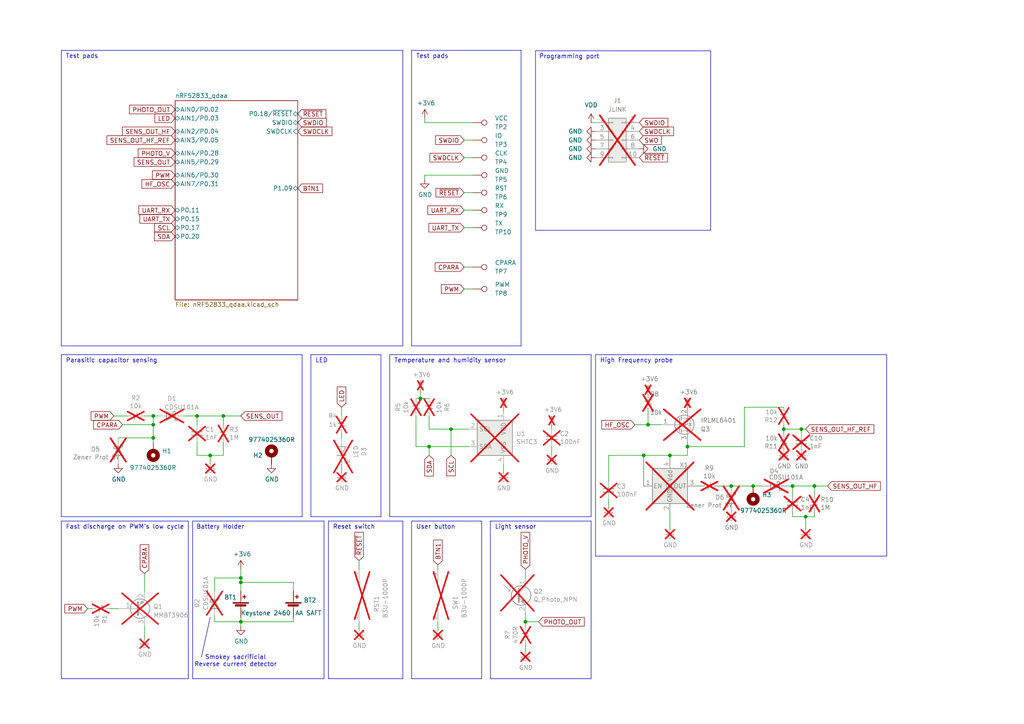
<source format=kicad_sch>
(kicad_sch (version 20231120) (generator "eeschema") (generator_version "8.0")
  (paper "A4")
  (title_block (title "Soilsense") (date "2024-08-08") (rev "2.0.0") (company "Drawn by FNB"))
  (lib_symbols
    (symbol "B3U-1000P:B3U-1000P" (pin_names (offset 1.016) hide)
      (property "Reference" "S" (at -2.54 2.54 0))
      (property "Value" "B3U-1000P" (at -2.54 -2.54 0))
      (symbol "B3U-1000P_0_0"
        (polyline (pts (xy -2.54 0) (xy -5.08 0)) (stroke (width 0.1524)))
        (polyline (pts (xy -2.54 0) (xy 2.794 2.1336)) (stroke (width 0.1524)))
        (polyline (pts (xy 5.08 0) (xy 2.921 0)) (stroke (width 0.1524)))
        (circle (center 2.54 0) (radius 0.3302) (stroke (width 0.1524)))
        (pin passive line (at -7.62 0 0) (length 2.54) (name "~") (number "1"))
        (pin passive line (at 7.62 0 180) (length 2.54) (name "~") (number "2"))
      )
    )
    (symbol "Connector:TestPoint" (pin_numbers hide) (pin_names (offset 0.762) hide)
      (property "Reference" "TP" (at 0 6.858 0))
      (property "Value" "TestPoint" (at 0 5.08 0))
      (symbol "TestPoint_0_1"
        (circle (center 0 3.302) (radius 0.762))
      )
      (symbol "TestPoint_1_1"
        (pin passive line (at 0 0 90) (length 2.54) (name "1") (number "1"))
      )
    )
    (symbol "Connector_Generic:Conn_02x05_Odd_Even" (pin_names (offset 1.016) hide)
      (property "Reference" "J" (at 1.27 7.62 0))
      (property "Value" "Conn_02x05_Odd_Even" (at 1.27 -7.62 0))
      (symbol "Conn_02x05_Odd_Even_1_1"
        (rectangle (start -1.27 -4.953) (end 0 -5.207) (stroke (width 0.1524)))
        (rectangle (start -1.27 -2.413) (end 0 -2.667) (stroke (width 0.1524)))
        (rectangle (start -1.27 0.127) (end 0 -0.127) (stroke (width 0.1524)))
        (rectangle (start -1.27 2.667) (end 0 2.413) (stroke (width 0.1524)))
        (rectangle (start -1.27 5.207) (end 0 4.953) (stroke (width 0.1524)))
        (rectangle (start -1.27 6.35) (end 3.81 -6.35) (stroke (width 0.254)) (fill (type background)))
        (rectangle (start 3.81 -4.953) (end 2.54 -5.207) (stroke (width 0.1524)))
        (rectangle (start 3.81 -2.413) (end 2.54 -2.667) (stroke (width 0.1524)))
        (rectangle (start 3.81 0.127) (end 2.54 -0.127) (stroke (width 0.1524)))
        (rectangle (start 3.81 2.667) (end 2.54 2.413) (stroke (width 0.1524)))
        (rectangle (start 3.81 5.207) (end 2.54 4.953) (stroke (width 0.1524)))
        (pin passive line (at -5.08 5.08 0) (length 3.81) (name "Pin_1") (number "1"))
        (pin passive line (at 7.62 -5.08 180) (length 3.81) (name "Pin_10") (number "10"))
        (pin passive line (at 7.62 5.08 180) (length 3.81) (name "Pin_2") (number "2"))
        (pin passive line (at -5.08 2.54 0) (length 3.81) (name "Pin_3") (number "3"))
        (pin passive line (at 7.62 2.54 180) (length 3.81) (name "Pin_4") (number "4"))
        (pin passive line (at -5.08 0 0) (length 3.81) (name "Pin_5") (number "5"))
        (pin passive line (at 7.62 0 180) (length 3.81) (name "Pin_6") (number "6"))
        (pin passive line (at -5.08 -2.54 0) (length 3.81) (name "Pin_7") (number "7"))
        (pin passive line (at 7.62 -2.54 180) (length 3.81) (name "Pin_8") (number "8"))
        (pin passive line (at -5.08 -5.08 0) (length 3.81) (name "Pin_9") (number "9"))
      )
    )
    (symbol "Device:Battery_Cell" (pin_numbers hide) (pin_names (offset 0) hide)
      (property "Reference" "BT" (at 2.54 2.54 0))
      (property "Value" "Battery_Cell" (at 2.54 0 0))
      (symbol "Battery_Cell_0_1"
        (rectangle (start -2.286 1.778) (end 2.286 1.524) (fill (type outline)))
        (rectangle (start -1.5748 1.1938) (end 1.4732 0.6858) (fill (type outline)))
        (polyline (pts (xy 0 0.762) (xy 0 0)))
        (polyline (pts (xy 0 1.778) (xy 0 2.54)))
        (polyline (pts (xy 0.508 3.429) (xy 1.524 3.429)) (stroke (width 0.254)))
        (polyline (pts (xy 1.016 3.937) (xy 1.016 2.921)) (stroke (width 0.254)))
      )
      (symbol "Battery_Cell_1_1"
        (pin passive line (at 0 5.08 270) (length 2.54) (name "+") (number "1"))
        (pin passive line (at 0 -2.54 90) (length 2.54) (name "-") (number "2"))
      )
    )
    (symbol "Device:C_Small" (pin_numbers hide) (pin_names (offset 0.254) hide)
      (property "Reference" "C" (at 0.254 1.778 0))
      (property "Value" "C_Small" (at 0.254 -2.032 0))
      (symbol "C_Small_0_1"
        (polyline (pts (xy -1.524 -0.508) (xy 1.524 -0.508)) (stroke (width 0.3302)))
        (polyline (pts (xy -1.524 0.508) (xy 1.524 0.508)) (stroke (width 0.3048)))
      )
      (symbol "C_Small_1_1"
        (pin passive line (at 0 2.54 270) (length 2.032) (name "~") (number "1"))
        (pin passive line (at 0 -2.54 90) (length 2.032) (name "~") (number "2"))
      )
    )
    (symbol "Device:D_Schottky" (pin_numbers hide) (pin_names (offset 1.016) hide)
      (property "Reference" "D" (at 0 2.54 0))
      (property "Value" "D_Schottky" (at 0 -2.54 0))
      (symbol "D_Schottky_0_1"
        (polyline (pts (xy 1.27 0) (xy -1.27 0)))
        (polyline (pts (xy 1.27 1.27) (xy 1.27 -1.27) (xy -1.27 0) (xy 1.27 1.27)) (stroke (width 0.254)))
        (polyline (pts (xy -1.905 0.635) (xy -1.905 1.27) (xy -1.27 1.27) (xy -1.27 -1.27) (xy -0.635 -1.27) (xy -0.635 -0.635)) (stroke (width 0.254)))
      )
      (symbol "D_Schottky_1_1"
        (pin passive line (at -3.81 0 0) (length 2.54) (name "K") (number "1"))
        (pin passive line (at 3.81 0 180) (length 2.54) (name "A") (number "2"))
      )
    )
    (symbol "Device:LED" (pin_numbers hide) (pin_names (offset 1.016) hide)
      (property "Reference" "D" (at 0 2.54 0))
      (property "Value" "LED" (at 0 -2.54 0))
      (symbol "LED_0_1"
        (polyline (pts (xy -1.27 -1.27) (xy -1.27 1.27)) (stroke (width 0.254)))
        (polyline (pts (xy -1.27 0) (xy 1.27 0)))
        (polyline (pts (xy 1.27 -1.27) (xy 1.27 1.27) (xy -1.27 0) (xy 1.27 -1.27)) (stroke (width 0.254)))
        (polyline (pts (xy -3.048 -0.762) (xy -4.572 -2.286) (xy -3.81 -2.286) (xy -4.572 -2.286) (xy -4.572 -1.524)))
        (polyline (pts (xy -1.778 -0.762) (xy -3.302 -2.286) (xy -2.54 -2.286) (xy -3.302 -2.286) (xy -3.302 -1.524)))
      )
      (symbol "LED_1_1"
        (pin passive line (at -3.81 0 0) (length 2.54) (name "K") (number "1"))
        (pin passive line (at 3.81 0 180) (length 2.54) (name "A") (number "2"))
      )
    )
    (symbol "Device:Q_Photo_NPN" (pin_names (offset 0) hide)
      (property "Reference" "Q" (at 5.08 1.27 0))
      (property "Value" "Q_Photo_NPN" (at 5.08 -1.27 0))
      (symbol "Q_Photo_NPN_0_1"
        (polyline (pts (xy -1.905 1.27) (xy -2.54 1.27)))
        (polyline (pts (xy -1.27 2.54) (xy -1.905 2.54)))
        (polyline (pts (xy 0.635 0.635) (xy 2.54 2.54)))
        (polyline (pts (xy -3.81 3.175) (xy -1.905 1.27) (xy -1.905 1.905)))
        (polyline (pts (xy -3.175 4.445) (xy -1.27 2.54) (xy -1.27 3.175)))
        (polyline (pts (xy 0.635 -0.635) (xy 2.54 -2.54) (xy 2.54 -2.54)))
        (polyline (pts (xy 0.635 1.905) (xy 0.635 -1.905) (xy 0.635 -1.905)) (stroke (width 0.508)))
        (polyline (pts (xy 1.27 -1.778) (xy 1.778 -1.27) (xy 2.286 -2.286) (xy 1.27 -1.778) (xy 1.27 -1.778)) (fill (type outline)))
        (circle (center 1.27 0) (radius 2.8194) (stroke (width 0.254)))
      )
      (symbol "Q_Photo_NPN_1_1"
        (pin passive line (at 2.54 5.08 270) (length 2.54) (name "C") (number "1"))
        (pin passive line (at 2.54 -5.08 90) (length 2.54) (name "E") (number "2"))
      )
    )
    (symbol "Device:R_Small_US" (pin_numbers hide) (pin_names (offset 0.254) hide)
      (property "Reference" "R" (at 0.762 0.508 0))
      (property "Value" "R_Small_US" (at 0.762 -1.016 0))
      (symbol "R_Small_US_1_1"
        (polyline (pts (xy 0 0) (xy 1.016 -0.381) (xy 0 -0.762) (xy -1.016 -1.143) (xy 0 -1.524)))
        (polyline (pts (xy 0 1.524) (xy 1.016 1.143) (xy 0 0.762) (xy -1.016 0.381) (xy 0 0)))
        (pin passive line (at 0 2.54 270) (length 1.016) (name "~") (number "1"))
        (pin passive line (at 0 -2.54 90) (length 1.016) (name "~") (number "2"))
      )
    )
    (symbol "Mechanical:MountingHole_Pad" (pin_numbers hide) (pin_names (offset 1.016) hide)
      (property "Reference" "H" (at 0 6.35 0))
      (property "Value" "MountingHole_Pad" (at 0 4.445 0))
      (symbol "MountingHole_Pad_0_1"
        (circle (center 0 1.27) (radius 1.27) (stroke (width 1.27)))
      )
      (symbol "MountingHole_Pad_1_1"
        (pin input line (at 0 -2.54 90) (length 2.54) (name "1") (number "1"))
      )
    )
    (symbol "Sensor_Humidity:SHTC3"
      (property "Reference" "U" (at -3.81 6.35 0))
      (property "Value" "SHTC3" (at -2.54 -6.35 0))
      (symbol "SHTC3_1_1"
        (rectangle (start -5.08 5.08) (end 5.08 -5.08) (stroke (width 0.254)) (fill (type background)))
        (pin power_in line (at 2.54 7.62 270) (length 2.54) (name "VDD") (number "1"))
        (pin input line (at -7.62 2.54 0) (length 2.54) (name "SCL") (number "2"))
        (pin bidirectional line (at -7.62 -2.54 0) (length 2.54) (name "SDA") (number "3"))
        (pin power_in line (at 2.54 -7.62 90) (length 2.54) (name "VSS") (number "4"))
        (pin no_connect line (at 5.08 0 180) (length 2.54) hide (name "NC") (number "5"))
      )
    )
    (symbol "Transistor_BJT:MMBT3906" (pin_names (offset 0) hide)
      (property "Reference" "Q" (at 5.08 1.905 0))
      (property "Value" "MMBT3906" (at 5.08 0 0))
      (symbol "MMBT3906_0_1"
        (polyline (pts (xy 0.635 0.635) (xy 2.54 2.54)))
        (polyline (pts (xy 0.635 -0.635) (xy 2.54 -2.54) (xy 2.54 -2.54)))
        (polyline (pts (xy 0.635 1.905) (xy 0.635 -1.905) (xy 0.635 -1.905)) (stroke (width 0.508)))
        (polyline (pts (xy 2.286 -1.778) (xy 1.778 -2.286) (xy 1.27 -1.27) (xy 2.286 -1.778) (xy 2.286 -1.778)) (fill (type outline)))
        (circle (center 1.27 0) (radius 2.8194) (stroke (width 0.254)))
      )
      (symbol "MMBT3906_1_1"
        (pin input line (at -5.08 0 0) (length 5.715) (name "B") (number "1"))
        (pin passive line (at 2.54 -5.08 90) (length 2.54) (name "E") (number "2"))
        (pin passive line (at 2.54 5.08 270) (length 2.54) (name "C") (number "3"))
      )
    )
    (symbol "Transistor_FET:IRLML6401" (pin_names hide)
      (property "Reference" "Q" (at 5.08 1.905 0))
      (property "Value" "IRLML6401" (at 5.08 0 0))
      (symbol "IRLML6401_0_1"
        (polyline (pts (xy 0.254 0) (xy -2.54 0)))
        (polyline (pts (xy 0.254 1.905) (xy 0.254 -1.905)) (stroke (width 0.254)))
        (polyline (pts (xy 0.762 -1.27) (xy 0.762 -2.286)) (stroke (width 0.254)))
        (polyline (pts (xy 0.762 0.508) (xy 0.762 -0.508)) (stroke (width 0.254)))
        (polyline (pts (xy 0.762 2.286) (xy 0.762 1.27)) (stroke (width 0.254)))
        (polyline (pts (xy 2.54 2.54) (xy 2.54 1.778)))
        (polyline (pts (xy 2.54 -2.54) (xy 2.54 0) (xy 0.762 0)))
        (polyline (pts (xy 0.762 1.778) (xy 3.302 1.778) (xy 3.302 -1.778) (xy 0.762 -1.778)))
        (polyline (pts (xy 2.286 0) (xy 1.27 0.381) (xy 1.27 -0.381) (xy 2.286 0)) (fill (type outline)))
        (polyline (pts (xy 2.794 -0.508) (xy 2.921 -0.381) (xy 3.683 -0.381) (xy 3.81 -0.254)))
        (polyline (pts (xy 3.302 -0.381) (xy 2.921 0.254) (xy 3.683 0.254) (xy 3.302 -0.381)))
        (circle (center 1.651 0) (radius 2.794) (stroke (width 0.254)))
        (circle (center 2.54 -1.778) (radius 0.254) (fill (type outline)))
        (circle (center 2.54 1.778) (radius 0.254) (fill (type outline)))
      )
      (symbol "IRLML6401_1_1"
        (pin input line (at -5.08 0 0) (length 2.54) (name "G") (number "1"))
        (pin passive line (at 2.54 -5.08 90) (length 2.54) (name "S") (number "2"))
        (pin passive line (at 2.54 5.08 270) (length 2.54) (name "D") (number "3"))
      )
    )
    (symbol "power:+3V0" (power) (pin_names (offset 0))
      (property "Value" "+3V0" (at 0 3.556 0))
      (symbol "+3V0_0_1"
        (polyline (pts (xy -0.762 1.27) (xy 0 2.54)))
        (polyline (pts (xy 0 0) (xy 0 2.54)))
        (polyline (pts (xy 0 2.54) (xy 0.762 1.27)))
      )
      (symbol "+3V0_1_1"
        (pin power_in line (at 0 0 90) (length 0) hide (name "+3V0") (number "1"))
      )
    )
    (symbol "power:GND" (power) (pin_names (offset 0))
      (property "Value" "GND" (at 0 -3.81 0))
      (symbol "GND_0_1"
        (polyline (pts (xy 0 0) (xy 0 -1.27) (xy 1.27 -1.27) (xy 0 -2.54) (xy -1.27 -1.27) (xy 0 -1.27)))
      )
      (symbol "GND_1_1"
        (pin power_in line (at 0 0 270) (length 0) hide (name "GND") (number "1"))
      )
    )
    (symbol "power:VDD" (power) (pin_numbers hide) (pin_names (offset 0) hide)
      (property "Value" "VDD" (at 0 3.556 0))
      (symbol "VDD_0_1"
        (polyline (pts (xy -0.762 1.27) (xy 0 2.54)))
        (polyline (pts (xy 0 0) (xy 0 2.54)))
        (polyline (pts (xy 0 2.54) (xy 0.762 1.27)))
      )
      (symbol "VDD_1_1"
        (pin power_in line (at 0 0 90) (length 0) (name "~") (number "1"))
      )
    )
    (symbol "soillib:KC3225" (pin_names (offset 0.254))
      (property "Reference" "X" (at -5.08 6.35 0))
      (symbol "KC3225_0_1"
        (rectangle (start -5.08 5.08) (end 5.08 -5.08) (stroke (width 0.254)) (fill (type background)))
        (polyline (pts (xy -1.27 -0.762) (xy -1.016 -0.762) (xy -1.016 0.762) (xy -0.508 0.762) (xy -0.508 -0.762) (xy 0 -0.762) (xy 0 0.762) (xy 0.508 0.762) (xy 0.508 -0.762) (xy 0.762 -0.762)))
      )
      (symbol "KC3225_1_1"
        (pin input line (at -7.62 0 0) (length 2.54) (name "EN") (number "1"))
        (pin power_in line (at 0 -7.62 90) (length 2.54) (name "GND") (number "2"))
        (pin output line (at 7.62 0 180) (length 2.54) (name "OUT") (number "3"))
        (pin power_in line (at 0 7.62 270) (length 2.54) (name "Vdd") (number "4"))
      )
    )
  )
  (junction (at 44.45 127))
  (junction (at 186.69 132.08))
  (junction (at 124.46 129.54))
  (junction (at 69.85 168.91))
  (junction (at 218.44 140.97))
  (junction (at 152.4 180.34))
  (junction (at 199.39 129.54))
  (junction (at 57.15 120.65))
  (junction (at 130.81 124.46))
  (junction (at 69.85 180.34))
  (junction (at 229.87 140.97))
  (junction (at 233.68 149.86))
  (junction (at 44.45 123.19))
  (junction (at 44.45 120.65))
  (junction (at 64.77 120.65))
  (junction (at 60.96 132.08))
  (junction (at 212.09 140.97))
  (junction (at 187.96 123.19))
  (junction (at 227.33 124.46))
  (junction (at 194.31 132.08))
  (junction (at 232.41 124.46))
  (junction (at 121.92 115.57))
  (junction (at 236.22 140.97))
  (junction (at 69.85 167.64))
  (wire (pts (xy 215.9 118.11) (xy 215.9 129.54)))
  (wire (pts (xy 201.93 140.97) (xy 203.2 140.97)))
  (wire (pts (xy 187.96 123.19) (xy 191.77 123.19)))
  (wire (pts (xy 233.68 149.86) (xy 236.22 149.86)))
  (wire (pts (xy 69.85 167.64) (xy 69.85 168.91)))
  (wire (pts (xy 104.14 180.34) (xy 104.14 182.88)))
  (wire (pts (xy 123.19 35.56) (xy 123.19 34.29)))
  (wire (pts (xy 233.68 149.86) (xy 233.68 153.67)))
  (polyline (pts (xy 119.38 14.605) (xy 151.13 14.605)))
  (wire (pts (xy 160.02 124.46) (xy 160.02 123.19)))
  (wire (pts (xy 229.87 143.51) (xy 229.87 140.97)))
  (wire (pts (xy 120.65 120.65) (xy 120.65 129.54)))
  (wire (pts (xy 199.39 128.27) (xy 199.39 129.54)))
  (wire (pts (xy 99.06 125.73) (xy 99.06 127)))
  (wire (pts (xy 187.96 119.38) (xy 187.96 123.19)))
  (wire (pts (xy 135.89 129.54) (xy 124.46 129.54)))
  (wire (pts (xy 123.19 50.8) (xy 137.16 50.8)))
  (wire (pts (xy 120.65 115.57) (xy 121.92 115.57)))
  (polyline (pts (xy 90.17 102.87) (xy 90.17 149.86)))
  (wire (pts (xy 236.22 140.97) (xy 240.03 140.97)))
  (wire (pts (xy 69.85 168.91) (xy 69.85 171.45)))
  (polyline (pts (xy 17.78 151.13) (xy 54.61 151.13)))
  (wire (pts (xy 124.46 129.54) (xy 124.46 132.08)))
  (wire (pts (xy 69.85 179.07) (xy 69.85 180.34)))
  (polyline (pts (xy 116.84 100.33) (xy 116.84 14.605)))
  (polyline (pts (xy 95.25 151.13) (xy 116.84 151.13)))
  (wire (pts (xy 134.62 66.04) (xy 137.16 66.04)))
  (polyline (pts (xy 257.175 102.87) (xy 172.72 102.87)))
  (wire (pts (xy 69.85 180.34) (xy 62.23 180.34)))
  (wire (pts (xy 176.53 144.78) (xy 176.53 147.32)))
  (polyline (pts (xy 58.42 190.5) (xy 60.96 179.07)))
  (polyline (pts (xy 139.7 196.85) (xy 139.7 151.13)))
  (wire (pts (xy 44.45 120.65) (xy 44.45 123.19)))
  (polyline (pts (xy 257.175 102.87) (xy 257.175 161.29)))
  (polyline (pts (xy 151.13 100.33) (xy 151.13 14.605)))
  (wire (pts (xy 124.46 120.65) (xy 124.46 124.46)))
  (polyline (pts (xy 110.49 102.87) (xy 110.49 149.86)))
  (polyline (pts (xy 119.38 14.605) (xy 119.38 100.33)))
  (wire (pts (xy 186.69 140.97) (xy 186.69 132.08)))
  (polyline (pts (xy 17.78 196.85) (xy 17.78 151.13)))
  (wire (pts (xy 227.33 124.46) (xy 227.33 125.73)))
  (wire (pts (xy 41.91 181.61) (xy 41.91 185.42)))
  (polyline (pts (xy 55.88 196.85) (xy 93.98 196.85)))
  (wire (pts (xy 229.87 148.59) (xy 229.87 149.86)))
  (wire (pts (xy 44.45 120.65) (xy 45.72 120.65)))
  (wire (pts (xy 69.85 165.1) (xy 69.85 167.64)))
  (polyline (pts (xy 17.78 102.87) (xy 87.63 102.87)))
  (wire (pts (xy 69.85 180.34) (xy 85.09 180.34)))
  (wire (pts (xy 64.77 120.65) (xy 69.85 120.65)))
  (wire (pts (xy 41.91 166.37) (xy 41.91 171.45)))
  (wire (pts (xy 228.6 140.97) (xy 229.87 140.97)))
  (wire (pts (xy 33.02 120.65) (xy 36.83 120.65)))
  (polyline (pts (xy 172.72 161.29) (xy 257.175 161.29)))
  (wire (pts (xy 176.53 132.08) (xy 186.69 132.08)))
  (wire (pts (xy 69.85 180.34) (xy 69.85 181.61)))
  (wire (pts (xy 104.14 162.56) (xy 104.14 165.1)))
  (polyline (pts (xy 17.78 14.605) (xy 17.78 100.33)))
  (wire (pts (xy 152.4 180.34) (xy 156.21 180.34)))
  (wire (pts (xy 227.33 118.11) (xy 215.9 118.11)))
  (polyline (pts (xy 55.88 151.13) (xy 55.88 196.85)))
  (wire (pts (xy 233.68 124.46) (xy 232.41 124.46)))
  (wire (pts (xy 134.62 45.72) (xy 137.16 45.72)))
  (wire (pts (xy 134.62 83.82) (xy 137.16 83.82)))
  (wire (pts (xy 31.75 176.53) (xy 34.29 176.53)))
  (wire (pts (xy 53.34 120.65) (xy 57.15 120.65)))
  (wire (pts (xy 212.09 140.97) (xy 218.44 140.97)))
  (wire (pts (xy 232.41 124.46) (xy 232.41 125.73)))
  (wire (pts (xy 127 163.83) (xy 127 165.1)))
  (polyline (pts (xy 93.98 196.85) (xy 93.98 151.13)))
  (wire (pts (xy 186.69 132.08) (xy 194.31 132.08)))
  (wire (pts (xy 57.15 120.65) (xy 64.77 120.65)))
  (wire (pts (xy 236.22 149.86) (xy 236.22 148.59)))
  (polyline (pts (xy 171.45 102.87) (xy 171.45 149.86)))
  (polyline (pts (xy 116.84 151.13) (xy 116.84 196.85)))
  (wire (pts (xy 232.41 124.46) (xy 227.33 124.46)))
  (wire (pts (xy 62.23 180.34) (xy 62.23 179.07)))
  (polyline (pts (xy 119.38 100.33) (xy 151.13 100.33)))
  (wire (pts (xy 121.92 115.57) (xy 124.46 115.57)))
  (wire (pts (xy 199.39 129.54) (xy 199.39 132.08)))
  (wire (pts (xy 146.05 118.11) (xy 146.05 119.38)))
  (polyline (pts (xy 171.45 151.13) (xy 171.45 196.85)))
  (wire (pts (xy 123.19 35.56) (xy 137.16 35.56)))
  (wire (pts (xy 34.29 127) (xy 44.45 127)))
  (wire (pts (xy 60.96 132.08) (xy 60.96 134.62)))
  (wire (pts (xy 62.23 171.45) (xy 62.23 167.64)))
  (wire (pts (xy 64.77 132.08) (xy 64.77 128.27)))
  (wire (pts (xy 227.33 123.19) (xy 227.33 124.46)))
  (polyline (pts (xy 87.63 102.87) (xy 87.63 149.86)))
  (polyline (pts (xy 17.78 149.86) (xy 87.63 149.86)))
  (polyline (pts (xy 110.49 102.87) (xy 90.17 102.87)))
  (wire (pts (xy 194.31 132.08) (xy 194.31 133.35)))
  (wire (pts (xy 199.39 132.08) (xy 194.31 132.08)))
  (wire (pts (xy 85.09 168.91) (xy 69.85 168.91)))
  (polyline (pts (xy 113.03 102.87) (xy 113.03 149.86)))
  (wire (pts (xy 171.45 35.56) (xy 172.72 35.56)))
  (polyline (pts (xy 119.38 151.13) (xy 139.7 151.13)))
  (wire (pts (xy 152.4 186.69) (xy 152.4 189.23)))
  (polyline (pts (xy 142.24 151.13) (xy 142.24 196.85)))
  (wire (pts (xy 152.4 177.8) (xy 152.4 180.34)))
  (polyline (pts (xy 171.45 151.13) (xy 142.24 151.13)))
  (wire (pts (xy 124.46 129.54) (xy 120.65 129.54)))
  (polyline (pts (xy 17.78 14.605) (xy 116.84 14.605)))
  (wire (pts (xy 60.96 132.08) (xy 57.15 132.08)))
  (wire (pts (xy 62.23 167.64) (xy 69.85 167.64)))
  (wire (pts (xy 233.68 149.86) (xy 229.87 149.86)))
  (wire (pts (xy 134.62 55.88) (xy 137.16 55.88)))
  (wire (pts (xy 57.15 128.27) (xy 57.15 132.08)))
  (wire (pts (xy 60.96 132.08) (xy 64.77 132.08)))
  (wire (pts (xy 99.06 118.11) (xy 99.06 120.65)))
  (wire (pts (xy 57.15 123.19) (xy 57.15 120.65)))
  (polyline (pts (xy 90.17 149.86) (xy 110.49 149.86)))
  (wire (pts (xy 127 180.34) (xy 127 182.88)))
  (wire (pts (xy 25.4 176.53) (xy 26.67 176.53)))
  (wire (pts (xy 152.4 165.1) (xy 152.4 167.64)))
  (wire (pts (xy 184.15 123.19) (xy 187.96 123.19)))
  (wire (pts (xy 130.81 124.46) (xy 124.46 124.46)))
  (polyline (pts (xy 119.38 196.85) (xy 139.7 196.85)))
  (wire (pts (xy 135.89 124.46) (xy 130.81 124.46)))
  (wire (pts (xy 134.62 60.96) (xy 137.16 60.96)))
  (wire (pts (xy 64.77 120.65) (xy 64.77 123.19)))
  (wire (pts (xy 215.9 129.54) (xy 199.39 129.54)))
  (wire (pts (xy 229.87 140.97) (xy 236.22 140.97)))
  (wire (pts (xy 218.44 140.97) (xy 220.98 140.97)))
  (polyline (pts (xy 172.72 102.87) (xy 172.72 161.29)))
  (wire (pts (xy 130.81 124.46) (xy 130.81 132.08)))
  (wire (pts (xy 85.09 171.45) (xy 85.09 168.91)))
  (polyline (pts (xy 119.38 151.13) (xy 119.38 196.85)))
  (polyline (pts (xy 17.78 100.33) (xy 116.84 100.33)))
  (polyline (pts (xy 171.45 149.86) (xy 113.03 149.86)))
  (polyline (pts (xy 17.78 102.87) (xy 17.78 149.86)))
  (polyline (pts (xy 95.25 151.13) (xy 95.25 196.85)))
  (wire (pts (xy 208.28 140.97) (xy 212.09 140.97)))
  (wire (pts (xy 176.53 132.08) (xy 176.53 139.7)))
  (wire (pts (xy 44.45 123.19) (xy 44.45 127)))
  (wire (pts (xy 152.4 180.34) (xy 152.4 181.61)))
  (wire (pts (xy 146.05 134.62) (xy 146.05 137.16)))
  (wire (pts (xy 44.45 127) (xy 44.45 128.27)))
  (polyline (pts (xy 93.98 151.13) (xy 55.88 151.13)))
  (wire (pts (xy 121.92 115.57) (xy 121.92 113.03)))
  (wire (pts (xy 35.56 123.19) (xy 44.45 123.19)))
  (polyline (pts (xy 54.61 151.13) (xy 54.61 196.85)))
  (wire (pts (xy 85.09 179.07) (xy 85.09 180.34)))
  (wire (pts (xy 236.22 140.97) (xy 236.22 143.51)))
  (polyline (pts (xy 171.45 102.87) (xy 113.03 102.87)))
  (wire (pts (xy 134.62 77.47) (xy 137.16 77.47)))
  (wire (pts (xy 194.31 153.67) (xy 194.31 148.59)))
  (wire (pts (xy 99.06 134.62) (xy 99.06 137.16)))
  (polyline (pts (xy 116.84 196.85) (xy 95.25 196.85)))
  (polyline (pts (xy 142.24 196.85) (xy 171.45 196.85)))
  (wire (pts (xy 160.02 129.54) (xy 160.02 132.08)))
  (wire (pts (xy 123.19 52.07) (xy 123.19 50.8)))
  (polyline (pts (xy 54.61 196.85) (xy 17.78 196.85)))
  (wire (pts (xy 134.62 40.64) (xy 137.16 40.64)))
  (wire (pts (xy 41.91 120.65) (xy 44.45 120.65)))
  (rectangle (start 155.321 14.732) (end 206.121 66.802))
  (text "Reset switch" (at 96.52 153.67 0) (effects (font (size 1.27 1.27)) (justify left bottom)))
  (text "Fast discharge on PWM’s low cycle" (at 19.05 153.67 0) (effects (font (size 1.27 1.27)) (justify left bottom)))
  (text "Temperature and humidity sensor" (at 114.3 105.41 0) (effects (font (size 1.27 1.27)) (justify left bottom)))
  (text "Test pads" (at 120.65 17.145 0) (effects (font (size 1.27 1.27)) (justify left bottom)))
  (text "Smokey sacrificial\nReverse current detector" (at 68.326 191.77 0) (effects (font (size 1.27 1.27))))
  (text "Programming port\n" (at 165.1 16.51 0) (effects (font (size 1.27 1.27))))
  (text "Light sensor" (at 143.51 153.67 0) (effects (font (size 1.27 1.27)) (justify left bottom)))
  (text "Test pads" (at 19.05 17.145 0) (effects (font (size 1.27 1.27)) (justify left bottom)))
  (text "Battery Holder" (at 56.896 153.67 0) (effects (font (size 1.27 1.27)) (justify left bottom)))
  (text "High Frequency probe\n" (at 173.99 105.41 0) (effects (font (size 1.27 1.27)) (justify left bottom)))
  (text "User button" (at 120.65 153.67 0) (effects (font (size 1.27 1.27)) (justify left bottom)))
  (text "LED" (at 91.44 105.41 0) (effects (font (size 1.27 1.27)) (justify left bottom)))
  (text "Parasitic capacitor sensing" (at 19.05 105.41 0) (effects (font (size 1.27 1.27)) (justify left bottom)))
  (global_label "PWM" (shape input) (at 134.62 83.82 180) (property "Intersheetrefs" "${INTERSHEET_REFS}" (effects (hide yes))))
  (global_label "SWO" (shape input) (at 185.42 40.64 0) (property "Intersheetrefs" "${INTERSHEET_REFS}" (effects (hide yes))))
  (global_label "SENS_OUT_HF" (shape input) (at 240.03 140.97 0) (property "Intersheetrefs" "${INTERSHEET_REFS}" (effects (hide yes))))
  (global_label "~{RESET}" (shape input) (at 134.62 55.88 180) (property "Intersheetrefs" "${INTERSHEET_REFS}" (effects (hide yes))))
  (global_label "PWM" (shape input) (at 25.4 176.53 180) (property "Intersheetrefs" "${INTERSHEET_REFS}" (effects (hide yes))))
  (global_label "SWDIO" (shape input) (at 86.36 35.56 0) (property "Intersheetrefs" "${INTERSHEET_REFS}" (effects (hide yes))))
  (global_label "BTN1" (shape input) (at 127 163.83 90) (property "Intersheetrefs" "${INTERSHEET_REFS}" (effects (hide yes))))
  (global_label "CPARA" (shape input) (at 35.56 123.19 180) (property "Intersheetrefs" "${INTERSHEET_REFS}" (effects (hide yes))))
  (global_label "SENS_OUT" (shape input) (at 50.8 46.99 180) (property "Intersheetrefs" "${INTERSHEET_REFS}" (effects (hide yes))))
  (global_label "PWM" (shape input) (at 50.8 50.8 180) (property "Intersheetrefs" "${INTERSHEET_REFS}" (effects (hide yes))))
  (global_label "PHOTO_V" (shape input) (at 152.4 165.1 90) (property "Intersheetrefs" "${INTERSHEET_REFS}" (effects (hide yes))))
  (global_label "HF_OSC" (shape input) (at 184.15 123.19 180) (property "Intersheetrefs" "${INTERSHEET_REFS}" (effects (hide yes))))
  (global_label "LED" (shape input) (at 99.06 118.11 90) (property "Intersheetrefs" "${INTERSHEET_REFS}" (effects (hide yes))))
  (global_label "SWDCLK" (shape input) (at 134.62 45.72 180) (property "Intersheetrefs" "${INTERSHEET_REFS}" (effects (hide yes))))
  (global_label "~{RESET}" (shape input) (at 86.36 33.02 0) (property "Intersheetrefs" "${INTERSHEET_REFS}" (effects (hide yes))))
  (global_label "SDA" (shape input) (at 50.8 68.58 180) (property "Intersheetrefs" "${INTERSHEET_REFS}" (effects (hide yes))))
  (global_label "SENS_OUT_HF" (shape input) (at 50.8 38.1 180) (property "Intersheetrefs" "${INTERSHEET_REFS}" (effects (hide yes))))
  (global_label "PWM" (shape input) (at 33.02 120.65 180) (property "Intersheetrefs" "${INTERSHEET_REFS}" (effects (hide yes))))
  (global_label "UART_RX" (shape input) (at 50.8 60.96 180) (property "Intersheetrefs" "${INTERSHEET_REFS}" (effects (hide yes))))
  (global_label "UART_TX" (shape input) (at 50.8 63.5 180) (property "Intersheetrefs" "${INTERSHEET_REFS}" (effects (hide yes))))
  (global_label "HF_OSC" (shape input) (at 50.8 53.34 180) (property "Intersheetrefs" "${INTERSHEET_REFS}" (effects (hide yes))))
  (global_label "SWDIO" (shape input) (at 134.62 40.64 180) (property "Intersheetrefs" "${INTERSHEET_REFS}" (effects (hide yes))))
  (global_label "PHOTO_OUT" (shape input) (at 50.8 31.75 180) (property "Intersheetrefs" "${INTERSHEET_REFS}" (effects (hide yes))))
  (global_label "UART_TX" (shape input) (at 134.62 66.04 180) (property "Intersheetrefs" "${INTERSHEET_REFS}" (effects (hide yes))))
  (global_label "SENS_OUT" (shape input) (at 69.85 120.65 0) (property "Intersheetrefs" "${INTERSHEET_REFS}" (effects (hide yes))))
  (global_label "~{RESET}" (shape input) (at 185.42 45.72 0) (property "Intersheetrefs" "${INTERSHEET_REFS}" (effects (hide yes))))
  (global_label "SENS_OUT_HF_REF" (shape input) (at 233.68 124.46 0) (property "Intersheetrefs" "${INTERSHEET_REFS}" (effects (hide yes))))
  (global_label "SWDCLK" (shape input) (at 86.36 38.1 0) (property "Intersheetrefs" "${INTERSHEET_REFS}" (effects (hide yes))))
  (global_label "SWDIO" (shape input) (at 185.42 35.56 0) (property "Intersheetrefs" "${INTERSHEET_REFS}" (effects (hide yes))))
  (global_label "UART_RX" (shape input) (at 134.62 60.96 180) (property "Intersheetrefs" "${INTERSHEET_REFS}" (effects (hide yes))))
  (global_label "SWDCLK" (shape input) (at 185.42 38.1 0) (property "Intersheetrefs" "${INTERSHEET_REFS}" (effects (hide yes))))
  (global_label "CPARA" (shape input) (at 41.91 166.37 90) (property "Intersheetrefs" "${INTERSHEET_REFS}" (effects (hide yes))))
  (global_label "SCL" (shape input) (at 130.81 132.08 270) (property "Intersheetrefs" "${INTERSHEET_REFS}" (effects (hide yes))))
  (global_label "~{RESET}" (shape input) (at 104.14 162.56 90) (property "Intersheetrefs" "${INTERSHEET_REFS}" (effects (hide yes))))
  (global_label "LED" (shape input) (at 50.8 34.29 180) (property "Intersheetrefs" "${INTERSHEET_REFS}" (effects (hide yes))))
  (global_label "SDA" (shape input) (at 124.46 132.08 270) (property "Intersheetrefs" "${INTERSHEET_REFS}" (effects (hide yes))))
  (global_label "SCL" (shape input) (at 50.8 66.04 180) (property "Intersheetrefs" "${INTERSHEET_REFS}" (effects (hide yes))))
  (global_label "BTN1" (shape input) (at 86.36 54.61 0) (property "Intersheetrefs" "${INTERSHEET_REFS}" (effects (hide yes))))
  (global_label "SENS_OUT_HF_REF" (shape input) (at 50.8 40.64 180) (property "Intersheetrefs" "${INTERSHEET_REFS}" (effects (hide yes))))
  (global_label "CPARA" (shape input) (at 134.62 77.47 180) (property "Intersheetrefs" "${INTERSHEET_REFS}" (effects (hide yes))))
  (global_label "PHOTO_V" (shape input) (at 50.8 44.45 180) (property "Intersheetrefs" "${INTERSHEET_REFS}" (effects (hide yes))))
  (global_label "PHOTO_OUT" (shape input) (at 156.21 180.34 0) (property "Intersheetrefs" "${INTERSHEET_REFS}" (effects (hide yes))))
  (symbol (lib_id "Device:R_Small_US") (at 205.74 140.97 90) (unit 1) (dnp yes)
    (property "Reference" "R9" (at 205.74 135.763 90))
    (property "Value" "10k" (at 205.74 138.0744 90))
    (property "Footprint" "Resistor_SMD:R_0603_1608Metric" (effects (hide yes)))
  )
  (symbol (lib_id "Transistor_FET:IRLML6401") (at 196.85 123.19 0) (mirror x) (unit 1) (dnp yes)
    (property "Reference" "Q3" (at 203.2 124.4601 0) (effects (justify left)))
    (property "Value" "IRLML6401" (at 203.2 121.9201 0) (effects (justify left)))
    (property "Footprint" "Package_TO_SOT_SMD:SOT-23" (effects (hide yes)))
    (property "Datasheet" "https://www.infineon.com/dgdl/irlml6401pbf.pdf?fileId=5546d462533600a401535668b96d2634" (effects (hide yes)))
    (property "Description" "-4.3A Id, -12V Vds, 50mOhm Rds, P-Channel HEXFET Power MOSFET, SOT-23" (effects (hide yes)))
    (property "MPN" "IRLML6401" (effects (hide yes)))
  )
  (symbol (lib_id "power:+3V0") (at 146.05 118.11 0) (unit 1) (dnp yes)
    (property "Reference" "#PWR010" (effects (hide yes)))
    (property "Value" "+3V6" (at 146.431 113.7158 0))
  )
  (symbol (lib_id "power:GND") (at 152.4 189.23 0) (unit 1) (dnp yes)
    (property "Reference" "#PWR012" (effects (hide yes)))
    (property "Value" "GND" (at 152.527 193.6242 0))
  )
  (symbol (lib_id "power:GND") (at 160.02 132.08 0) (unit 1) (dnp yes)
    (property "Reference" "#PWR014" (effects (hide yes)))
    (property "Value" "GND" (at 160.147 136.4742 0))
  )
  (symbol (lib_id "power:+3V0") (at 160.02 123.19 0) (unit 1) (dnp yes)
    (property "Reference" "#PWR013" (effects (hide yes)))
    (property "Value" "+3V6" (at 160.401 118.7958 0))
  )
  (symbol (lib_id "Device:C_Small") (at 232.41 128.27 0) (unit 1) (dnp yes)
    (property "Reference" "C10" (at 234.7468 127.1016 0) (effects (justify left)))
    (property "Value" "1nF" (at 234.7468 129.413 0) (effects (justify left)))
    (property "Footprint" "Capacitor_SMD:C_0402_1005Metric" (effects (hide yes)))
  )
  (symbol (lib_id "B3U-1000P:B3U-1000P") (at 104.14 172.72 270) (unit 1) (dnp yes)
    (property "Reference" "RST1" (at 109.22 172.72 0) (effects (justify left)))
    (property "Value" "B3U-1000P" (at 111.76 167.64 0) (effects (justify left)))
    (property "Footprint" "Button_Switch_SMD:SW_SPST_B3U-1000P-B" (effects (hide yes)))
    (property "PACKAGE" "None" (effects (hide yes)))
    (property "MP" "B3U-1000P" (effects (hide yes)))
    (property "MF" "Omron" (effects (hide yes)))
    (property "AVAILABILITY" "Unavailable" (effects (hide yes)))
    (property "DESCRIPTION" "Tactile Switch SPST-NO Top Actuated Surface Mount" (effects (hide yes)))
    (property "PRICE" "None" (effects (hide yes)))
    (property "MPN" "B3U-1000P-B" (effects (hide yes)))
  )
  (symbol (lib_id "power:GND") (at 212.09 148.59 0) (unit 1) (dnp yes)
    (property "Reference" "#PWR059" (effects (hide yes)))
    (property "Value" "GND" (at 212.217 152.9842 0))
  )
  (symbol (lib_id "power:GND") (at 99.06 137.16 0) (unit 1) (dnp yes)
    (property "Reference" "#PWR06" (effects (hide yes)))
    (property "Value" "GND" (at 99.187 141.5542 0))
  )
  (symbol (lib_id "Connector:TestPoint") (at 137.16 66.04 270) (unit 1) (in_bom no)
    (property "Reference" "TP10" (at 143.51 67.31 90) (effects (justify left)))
    (property "Value" "TX" (at 143.51 64.77 90) (effects (justify left)))
    (property "Footprint" "TestPoint:TestPoint_Pad_D1.0mm" (effects (hide yes)))
  )
  (symbol (lib_id "Connector:TestPoint") (at 137.16 55.88 270) (unit 1) (in_bom no)
    (property "Reference" "TP6" (at 143.51 57.15 90) (effects (justify left)))
    (property "Value" "RST" (at 143.51 54.61 90) (effects (justify left)))
    (property "Footprint" "TestPoint:TestPoint_Pad_D1.0mm" (effects (hide yes)))
  )
  (symbol (lib_id "power:GND") (at 185.42 43.18 90) (unit 1)
    (property "Reference" "#PWR057" (effects (hide yes)))
    (property "Value" "GND" (at 189.23 43.1799 90) (effects (justify right)))
    (property "Description" "Power symbol creates a global label with name \"GND\" , ground" (effects (hide yes)))
  )
  (symbol (lib_id "Transistor_BJT:MMBT3906") (at 39.37 176.53 0) (mirror x) (unit 1) (dnp yes)
    (property "Reference" "Q1" (at 44.45 175.895 0) (effects (justify left)))
    (property "Value" "MMBT3906" (at 44.45 178.435 0) (effects (justify left)))
    (property "Footprint" "Package_TO_SOT_SMD:SOT-23" (effects (hide yes)))
    (property "Datasheet" "https://www.onsemi.com/pub/Collateral/2N3906-D.PDF" (effects (hide yes)))
    (property "MPN" "MMBT3906-7-F" (effects (hide yes)))
  )
  (symbol (lib_id "power:GND") (at 194.31 153.67 0) (unit 1) (dnp yes)
    (property "Reference" "#PWR017" (effects (hide yes)))
    (property "Value" "GND" (at 194.437 158.0642 0))
  )
  (symbol (lib_id "Device:D_Schottky") (at 34.29 130.81 270) (unit 1) (dnp yes)
    (property "Reference" "D5" (at 27.686 130.302 90))
    (property "Value" "Zener Prot 5V" (at 27.94 132.588 90))
    (property "Footprint" "Diode_SMD:D_SOD-523" (effects (hide yes)))
    (property "MPN" "EDZVT2R5.1B" (effects (hide yes)))
  )
  (symbol (lib_id "power:GND") (at 172.72 45.72 270) (unit 1)
    (property "Reference" "#PWR056" (effects (hide yes)))
    (property "Value" "GND" (at 168.91 45.7199 90) (effects (justify right)))
    (property "Description" "Power symbol creates a global label with name \"GND\" , ground" (effects (hide yes)))
  )
  (symbol (lib_id "Device:R_Small_US") (at 227.33 128.27 180) (unit 1) (dnp yes)
    (property "Reference" "R11" (at 225.6028 129.4384 0) (effects (justify left)))
    (property "Value" "10k" (at 225.6028 127.127 0) (effects (justify left)))
    (property "Footprint" "Resistor_SMD:R_0402_1005Metric" (effects (hide yes)))
  )
  (symbol (lib_id "power:GND") (at 172.72 38.1 270) (unit 1)
    (property "Reference" "#PWR053" (effects (hide yes)))
    (property "Value" "GND" (at 168.91 38.0999 90) (effects (justify right)))
    (property "Description" "Power symbol creates a global label with name \"GND\" , ground" (effects (hide yes)))
  )
  (symbol (lib_id "Connector:TestPoint") (at 137.16 35.56 270) (unit 1) (in_bom no)
    (property "Reference" "TP2" (at 143.51 36.83 90) (effects (justify left)))
    (property "Value" "VCC" (at 143.51 34.29 90) (effects (justify left)))
    (property "Footprint" "TestPoint:TestPoint_Pad_D1.0mm" (effects (hide yes)))
  )
  (symbol (lib_id "Device:Q_Photo_NPN") (at 149.86 172.72 0) (unit 1) (dnp yes)
    (property "Reference" "Q2" (at 154.686 171.5516 0) (effects (justify left)))
    (property "Value" "Q_Photo_NPN" (at 154.686 173.863 0) (effects (justify left)))
    (property "Footprint" "Soilsense:PHOTOTRANS_1708Metric" (effects (hide yes)))
    (property "Datasheet" "https://datasheet.lcsc.com/lcsc/1806131537_Everlight-Elec-ALS-PT19-315C-L177-TR8_C146233.pdf" (effects (hide yes)))
    (property "MPN" "ALS-PT19-315C/L177/TR8" (effects (hide yes)))
  )
  (symbol (lib_id "Connector:TestPoint") (at 137.16 50.8 270) (unit 1) (in_bom no)
    (property "Reference" "TP5" (at 143.51 52.07 90) (effects (justify left)))
    (property "Value" "GND" (at 143.51 49.53 90) (effects (justify left)))
    (property "Footprint" "TestPoint:TestPoint_Pad_D1.0mm" (effects (hide yes)))
  )
  (symbol (lib_id "power:GND") (at 78.74 134.62 0) (unit 1)
    (property "Reference" "#PWR05" (effects (hide yes)))
    (property "Value" "GND" (at 78.867 139.0142 0))
  )
  (symbol (lib_id "power:GND") (at 172.72 43.18 270) (unit 1)
    (property "Reference" "#PWR055" (effects (hide yes)))
    (property "Value" "GND" (at 168.91 43.1799 90) (effects (justify right)))
    (property "Description" "Power symbol creates a global label with name \"GND\" , ground" (effects (hide yes)))
  )
  (symbol (lib_id "soillib:KC3225") (at 194.31 140.97 0) (unit 1) (dnp yes)
    (property "Reference" "X1" (at 198.374 134.874 0))
    (property "Value" "KC3225K75.0000C1GE00" (effects (hide yes)))
    (property "Footprint" "Oscillator:Oscillator_SMD_SeikoEpson_SG8002CE-4Pin_3.2x2.5mm" (effects (hide yes)))
    (property "Datasheet" "https://ele.kyocera.com/assets/products/crystal-device/clock_k_e.pdf" (effects (hide yes)))
    (property "MPN" "KC3225K75.0000C1GE00" (effects (hide yes)))
  )
  (symbol (lib_id "power:GND") (at 172.72 40.64 270) (unit 1)
    (property "Reference" "#PWR054" (effects (hide yes)))
    (property "Value" "GND" (at 168.91 40.6399 90) (effects (justify right)))
    (property "Description" "Power symbol creates a global label with name \"GND\" , ground" (effects (hide yes)))
  )
  (symbol (lib_id "Mechanical:MountingHole_Pad") (at 44.45 130.81 180) (unit 1)
    (property "Reference" "H1" (at 46.99 130.81 0) (effects (justify right)))
    (property "Value" "9774025360R" (at 37.592 135.636 0) (effects (justify right)))
    (property "Footprint" "Mounting_Wuerth:Mounting_Wuerth_WA-SMSI-M3_H2.5mm_9774025360" (effects (hide yes)))
    (property "Datasheet" "https://www.we-online.com/components/products/datasheet/9774025360R.pdf" (effects (hide yes)))
    (property "MPN" " 9774025360R" (effects (hide yes)))
  )
  (symbol (lib_id "power:GND") (at 127 182.88 0) (unit 1) (dnp yes)
    (property "Reference" "#PWR09" (effects (hide yes)))
    (property "Value" "GND" (at 127.127 187.2742 0))
  )
  (symbol (lib_id "Device:C_Small") (at 229.87 146.05 0) (unit 1) (dnp yes)
    (property "Reference" "C4" (at 232.2068 144.8816 0) (effects (justify left)))
    (property "Value" "1nF" (at 232.2068 147.193 0) (effects (justify left)))
    (property "Footprint" "Capacitor_SMD:C_0402_1005Metric" (effects (hide yes)))
  )
  (symbol (lib_id "power:GND") (at 146.05 137.16 0) (unit 1) (dnp yes)
    (property "Reference" "#PWR011" (effects (hide yes)))
    (property "Value" "GND" (at 146.177 141.5542 0))
  )
  (symbol (lib_id "Sensor_Humidity:SHTC3") (at 143.51 127 0) (unit 1) (dnp yes)
    (property "Reference" "U1" (at 149.7076 125.8316 0) (effects (justify left)))
    (property "Value" "SHTC3" (at 149.7076 128.143 0) (effects (justify left)))
    (property "Footprint" "Sensor_Humidity:Sensirion_DFN-4-1EP_2x2mm_P1mm_EP0.7x1.6mm" (effects (hide yes)))
    (property "Datasheet" "https://www.sensirion.com/fileadmin/user_upload/customers/sensirion/Dokumente/0_Datasheets/Humidity/Sensirion_Humidity_Sensors_SHTC3_Datasheet.pdf" (effects (hide yes)))
    (property "MPN" "SHTC3" (effects (hide yes)))
  )
  (symbol (lib_id "power:+3V0") (at 121.92 113.03 0) (unit 1) (dnp yes)
    (property "Reference" "#PWR08" (effects (hide yes)))
    (property "Value" "+3V6" (at 122.301 108.6358 0))
  )
  (symbol (lib_id "Device:R_Small_US") (at 227.33 120.65 180) (unit 1) (dnp yes)
    (property "Reference" "R12" (at 225.6028 121.8184 0) (effects (justify left)))
    (property "Value" "10k" (at 225.6028 119.507 0) (effects (justify left)))
    (property "Footprint" "Resistor_SMD:R_0402_1005Metric" (effects (hide yes)))
  )
  (symbol (lib_id "Device:C_Small") (at 57.15 125.73 0) (unit 1) (dnp yes)
    (property "Reference" "C1" (at 59.4868 124.5616 0) (effects (justify left)))
    (property "Value" "1nF" (at 59.4868 126.873 0) (effects (justify left)))
    (property "Footprint" "Capacitor_SMD:C_0402_1005Metric" (effects (hide yes)))
  )
  (symbol (lib_id "power:GND") (at 233.68 153.67 0) (unit 1) (dnp yes)
    (property "Reference" "#PWR019" (effects (hide yes)))
    (property "Value" "GND" (at 233.807 158.0642 0))
  )
  (symbol (lib_id "power:GND") (at 41.91 185.42 0) (unit 1) (dnp yes)
    (property "Reference" "#PWR01" (effects (hide yes)))
    (property "Value" "GND" (at 42.037 189.8142 0))
  )
  (symbol (lib_id "Connector:TestPoint") (at 137.16 60.96 270) (unit 1) (in_bom no)
    (property "Reference" "TP9" (at 143.51 62.23 90) (effects (justify left)))
    (property "Value" "RX" (at 143.51 59.69 90) (effects (justify left)))
    (property "Footprint" "TestPoint:TestPoint_Pad_D1.0mm" (effects (hide yes)))
  )
  (symbol (lib_id "Device:R_Small_US") (at 64.77 125.73 0) (unit 1) (dnp yes)
    (property "Reference" "R3" (at 66.4972 124.5616 0) (effects (justify left)))
    (property "Value" "1M" (at 66.4972 126.873 0) (effects (justify left)))
    (property "Footprint" "Resistor_SMD:R_0402_1005Metric" (effects (hide yes)))
  )
  (symbol (lib_id "Device:Battery_Cell") (at 69.85 176.53 0) (unit 1)
    (property "Reference" "BT1" (at 65.024 173.228 0) (effects (justify left)))
    (property "Value" "Keystone 2460" (at 69.85 177.8 0) (effects (justify left)))
    (property "Footprint" "Battery:BatteryHolder_Keystone_2460_1xAA" (effects (hide yes)))
    (property "MPN" "2460" (effects (hide yes)))
  )
  (symbol (lib_id "Device:C_Small") (at 160.02 127 0) (unit 1) (dnp yes)
    (property "Reference" "C2" (at 162.3568 125.8316 0) (effects (justify left)))
    (property "Value" "100nF" (at 162.3568 128.143 0) (effects (justify left)))
    (property "Footprint" "Capacitor_SMD:C_0402_1005Metric" (effects (hide yes)))
  )
  (symbol (lib_id "Device:Battery_Cell") (at 85.09 176.53 0) (unit 1) (on_board no)
    (property "Reference" "BT2" (at 88.0872 174.0916 0) (effects (justify left)))
    (property "Value" "AA SAFT" (at 85.598 177.8 0) (effects (justify left)))
    (property "MPN" "LS14500 / SL760" (effects (hide yes)))
  )
  (symbol (lib_id "power:GND") (at 60.96 134.62 0) (unit 1) (dnp yes)
    (property "Reference" "#PWR02" (effects (hide yes)))
    (property "Value" "GND" (at 61.087 139.0142 0))
  )
  (symbol (lib_id "Device:R_Small_US") (at 39.37 120.65 90) (unit 1) (dnp yes)
    (property "Reference" "R2" (at 39.37 115.443 90))
    (property "Value" "10k" (at 39.37 117.7544 90))
    (property "Footprint" "Resistor_SMD:R_0603_1608Metric" (effects (hide yes)))
  )
  (symbol (lib_id "power:+3V0") (at 187.96 114.3 0) (unit 1) (dnp yes)
    (property "Reference" "#PWR016" (effects (hide yes)))
    (property "Value" "+3V6" (at 188.341 109.9058 0))
  )
  (symbol (lib_id "power:GND") (at 176.53 147.32 0) (unit 1) (dnp yes)
    (property "Reference" "#PWR015" (effects (hide yes)))
    (property "Value" "GND" (at 176.657 151.7142 0))
  )
  (symbol (lib_id "Device:R_Small_US") (at 120.65 118.11 180) (unit 1) (dnp yes)
    (property "Reference" "R5" (at 115.443 118.11 90))
    (property "Value" "10k" (at 117.7544 118.11 90))
    (property "Footprint" "Resistor_SMD:R_0402_1005Metric" (effects (hide yes)))
  )
  (symbol (lib_id "power:GND") (at 104.14 182.88 0) (unit 1) (dnp yes)
    (property "Reference" "#PWR07" (effects (hide yes)))
    (property "Value" "GND" (at 104.267 187.2742 0))
  )
  (symbol (lib_id "Device:R_Small_US") (at 236.22 146.05 0) (unit 1) (dnp yes)
    (property "Reference" "R10" (at 237.9472 144.8816 0) (effects (justify left)))
    (property "Value" "1M" (at 237.9472 147.193 0) (effects (justify left)))
    (property "Footprint" "Resistor_SMD:R_0402_1005Metric" (effects (hide yes)))
  )
  (symbol (lib_id "power:+3V0") (at 199.39 118.11 0) (unit 1) (dnp yes)
    (property "Reference" "#PWR018" (effects (hide yes)))
    (property "Value" "+3V6" (at 199.771 113.7158 0))
  )
  (symbol (lib_id "Device:LED") (at 99.06 130.81 90) (unit 1) (dnp yes)
    (property "Reference" "D3" (at 105.537 130.9878 0))
    (property "Value" "LED" (at 103.2256 130.9878 0))
    (property "Footprint" "LED_SMD:LED_0603_1608Metric" (effects (hide yes)))
    (property "MPN" "LG L29K-G2J1-24-Z " (effects (hide yes)))
  )
  (symbol (lib_id "Device:R_Small_US") (at 152.4 184.15 180) (unit 1) (dnp yes)
    (property "Reference" "R7" (at 147.193 184.15 90))
    (property "Value" "470R" (at 149.5044 184.15 90))
    (property "Footprint" "Resistor_SMD:R_0402_1005Metric" (effects (hide yes)))
  )
  (symbol (lib_id "power:GND") (at 227.33 130.81 0) (unit 1) (dnp yes)
    (property "Reference" "#PWR029" (effects (hide yes)))
    (property "Value" "GND" (at 227.457 135.2042 0))
  )
  (symbol (lib_id "Connector:TestPoint") (at 137.16 77.47 270) (unit 1) (in_bom no)
    (property "Reference" "TP7" (at 143.51 78.74 90) (effects (justify left)))
    (property "Value" "CPARA" (at 143.51 76.2 90) (effects (justify left)))
    (property "Footprint" "TestPoint:TestPoint_Pad_D1.0mm" (effects (hide yes)))
  )
  (symbol (lib_id "Device:R_Small_US") (at 29.21 176.53 270) (unit 1) (dnp yes)
    (property "Reference" "R1" (at 30.3784 178.2572 0) (effects (justify left)))
    (property "Value" "10k" (at 28.067 178.2572 0) (effects (justify left)))
    (property "Footprint" "Resistor_SMD:R_0402_1005Metric" (effects (hide yes)))
  )
  (symbol (lib_id "Device:R_Small_US") (at 99.06 123.19 180) (unit 1) (dnp yes)
    (property "Reference" "R4" (at 96.52 120.65 0))
    (property "Value" "1k" (at 96.52 123.19 0))
    (property "Footprint" "Resistor_SMD:R_0402_1005Metric" (effects (hide yes)))
  )
  (symbol (lib_id "power:GND") (at 34.29 134.62 0) (unit 1)
    (property "Reference" "#PWR058" (effects (hide yes)))
    (property "Value" "GND" (at 34.417 139.0142 0))
  )
  (symbol (lib_id "Mechanical:MountingHole_Pad") (at 218.44 143.51 180) (unit 1)
    (property "Reference" "H3" (at 220.98 143.51 0) (effects (justify right)))
    (property "Value" "9774025360R" (at 214.63 148.082 0) (effects (justify right)))
    (property "Footprint" "Mounting_Wuerth:Mounting_Wuerth_WA-SMSI-M3_H2.5mm_9774025360" (effects (hide yes)))
    (property "Datasheet" "https://www.we-online.com/components/products/datasheet/9774025360R.pdf" (effects (hide yes)))
    (property "MPN" " 9774025360R" (effects (hide yes)))
  )
  (symbol (lib_id "Device:R_Small_US") (at 187.96 116.84 0) (unit 1) (dnp yes)
    (property "Reference" "R8" (at 188.468 114.3 0) (effects (justify left)))
    (property "Value" "10k" (at 188.468 119.634 0) (effects (justify left)))
    (property "Footprint" "Resistor_SMD:R_0402_1005Metric" (effects (hide yes)))
  )
  (symbol (lib_id "Connector_Generic:Conn_02x05_Odd_Even") (at 177.8 40.64 0) (unit 1) (dnp yes)
    (property "Reference" "J1" (at 179.07 29.21 0))
    (property "Value" "JLINK" (at 179.07 31.75 0))
    (property "Footprint" "esprelay:SEXY_pinpogo" (effects (hide yes)))
    (property "Description" "Generic connector, double row, 02x05, odd/even pin numbering scheme (row 1 odd numbers, row 2 even numbers), script generated (kicad-library-utils/schlib/autogen/connector/)" (effects (hide yes)))
  )
  (symbol (lib_id "power:GND") (at 123.19 52.07 0) (unit 1)
    (property "Reference" "#PWR049" (effects (hide yes)))
    (property "Value" "GND" (at 123.317 56.4642 0))
  )
  (symbol (lib_id "Device:D_Schottky") (at 224.79 140.97 180) (unit 1) (dnp yes)
    (property "Reference" "D4" (at 224.536 136.652 0))
    (property "Value" "CDSU101A" (at 227.965 138.43 0))
    (property "Footprint" "Diode_SMD:D_SOD-523" (effects (hide yes)))
    (property "MPN" "CDSU101A" (effects (hide yes)))
  )
  (symbol (lib_id "power:+3V0") (at 123.19 34.29 0) (unit 1)
    (property "Reference" "#PWR048" (effects (hide yes)))
    (property "Value" "+3V6" (at 123.571 29.8958 0))
  )
  (symbol (lib_id "Connector:TestPoint") (at 137.16 40.64 270) (unit 1) (in_bom no)
    (property "Reference" "TP3" (at 143.51 41.91 90) (effects (justify left)))
    (property "Value" "IO" (at 143.51 39.37 90) (effects (justify left)))
    (property "Footprint" "TestPoint:TestPoint_Pad_D1.0mm" (effects (hide yes)))
  )
  (symbol (lib_id "B3U-1000P:B3U-1000P") (at 127 172.72 270) (unit 1) (dnp yes)
    (property "Reference" "SW1" (at 132.08 172.72 0) (effects (justify left)))
    (property "Value" "B3U-1000P" (at 134.62 167.64 0) (effects (justify left)))
    (property "Footprint" "Button_Switch_SMD:SW_SPST_B3U-1000P-B" (effects (hide yes)))
    (property "PACKAGE" "None" (effects (hide yes)))
    (property "MP" "B3U-1000P" (effects (hide yes)))
    (property "MF" "Omron" (effects (hide yes)))
    (property "AVAILABILITY" "Unavailable" (effects (hide yes)))
    (property "DESCRIPTION" "Tactile Switch SPST-NO Top Actuated Surface Mount" (effects (hide yes)))
    (property "PRICE" "None" (effects (hide yes)))
    (property "MPN" "B3U-1000P-B" (effects (hide yes)))
  )
  (symbol (lib_id "power:+3V0") (at 69.85 165.1 0) (unit 1)
    (property "Reference" "#PWR03" (effects (hide yes)))
    (property "Value" "+3V6" (at 70.231 160.7058 0))
  )
  (symbol (lib_id "Device:R_Small_US") (at 124.46 118.11 0) (unit 1) (dnp yes)
    (property "Reference" "R6" (at 129.667 118.11 90))
    (property "Value" "10k" (at 127.3556 118.11 90))
    (property "Footprint" "Resistor_SMD:R_0402_1005Metric" (effects (hide yes)))
  )
  (symbol (lib_id "power:VDD") (at 171.45 35.56 0) (unit 1)
    (property "Reference" "#PWR052" (effects (hide yes)))
    (property "Value" "VDD" (at 171.45 30.48 0))
    (property "Description" "Power symbol creates a global label with name \"VDD\"" (effects (hide yes)))
  )
  (symbol (lib_id "power:GND") (at 232.41 130.81 0) (unit 1) (dnp yes)
    (property "Reference" "#PWR030" (effects (hide yes)))
    (property "Value" "GND" (at 232.537 135.2042 0))
  )
  (symbol (lib_id "Connector:TestPoint") (at 137.16 83.82 270) (unit 1) (in_bom no)
    (property "Reference" "TP8" (at 143.51 85.09 90) (effects (justify left)))
    (property "Value" "PWM" (at 143.51 82.55 90) (effects (justify left)))
    (property "Footprint" "TestPoint:TestPoint_Pad_D1.0mm" (effects (hide yes)))
  )
  (symbol (lib_id "Device:D_Schottky") (at 49.53 120.65 180) (unit 1) (dnp yes)
    (property "Reference" "D1" (at 49.8475 115.57 0))
    (property "Value" "CDSU101A" (at 52.705 118.11 0))
    (property "Footprint" "Diode_SMD:D_SOD-523" (effects (hide yes)))
    (property "MPN" "CDSU101A" (effects (hide yes)))
  )
  (symbol (lib_id "Device:D_Schottky") (at 212.09 144.78 270) (unit 1) (dnp yes)
    (property "Reference" "D6" (at 208.788 144.272 90))
    (property "Value" "Zener Prot 5V" (at 205.74 146.558 90))
    (property "Footprint" "Diode_SMD:D_SOD-523" (effects (hide yes)))
    (property "MPN" "EDZVT2R5.1B" (effects (hide yes)))
  )
  (symbol (lib_id "Device:C_Small") (at 176.53 142.24 0) (unit 1) (dnp yes)
    (property "Reference" "C3" (at 178.8668 141.0716 0) (effects (justify left)))
    (property "Value" "100nF" (at 178.8668 143.383 0) (effects (justify left)))
    (property "Footprint" "Capacitor_SMD:C_0402_1005Metric" (effects (hide yes)))
  )
  (symbol (lib_id "Mechanical:MountingHole_Pad") (at 78.74 132.08 0) (unit 1)
    (property "Reference" "H2" (at 76.2 132.08 0) (effects (justify right)))
    (property "Value" "9774025360R" (at 85.598 127.508 0) (effects (justify right)))
    (property "Footprint" "Mounting_Wuerth:Mounting_Wuerth_WA-SMSI-M3_H2.5mm_9774025360" (effects (hide yes)))
    (property "Datasheet" "https://www.we-online.com/components/products/datasheet/9774025360R.pdf" (effects (hide yes)))
    (property "MPN" " 9774025360R" (effects (hide yes)))
  )
  (symbol (lib_id "Connector:TestPoint") (at 137.16 45.72 270) (unit 1) (in_bom no)
    (property "Reference" "TP4" (at 143.51 46.99 90) (effects (justify left)))
    (property "Value" "CLK" (at 143.51 44.45 90) (effects (justify left)))
    (property "Footprint" "TestPoint:TestPoint_Pad_D1.0mm" (effects (hide yes)))
  )
  (symbol (lib_id "Device:D_Schottky") (at 62.23 175.26 270) (unit 1) (dnp yes)
    (property "Reference" "D2" (at 57.15 174.9425 0))
    (property "Value" "CDSU101A" (at 59.69 172.085 0))
    (property "Footprint" "Diode_SMD:D_SOD-523" (effects (hide yes)))
    (property "MPN" "CDSU101A" (effects (hide yes)))
  )
  (symbol (lib_id "power:GND") (at 69.85 181.61 0) (unit 1)
    (property "Reference" "#PWR04" (effects (hide yes)))
    (property "Value" "GND" (at 69.977 186.0042 0))
  )
  (sheet (at 50.8 29.21) (size 35.56 57.785) (stroke (width 0.1524))
    (property "Sheetname" "nRF52833_qdaa" (at 50.8 28.4984 0) (effects (justify left bottom)))
    (property "Sheetfile" "nRF52833_qdaa.kicad_sch" (at 50.8 87.5796 0) (effects (justify left top)))
    (pin "AIN4/P0.28" bidirectional (at 50.8 44.45 180))
    (pin "AIN5/P0.29" bidirectional (at 50.8 46.99 180))
    (pin "P0.17" bidirectional (at 50.8 66.04 180))
    (pin "P0.15" bidirectional (at 50.8 63.5 180))
    (pin "P0.20" bidirectional (at 50.8 68.58 180))
    (pin "AIN6/P0.30" bidirectional (at 50.8 50.8 180))
    (pin "AIN7/P0.31" bidirectional (at 50.8 53.34 180))
    (pin "P0.11" bidirectional (at 50.8 60.96 180))
    (pin "P0.18/~{RESET}" bidirectional (at 86.36 33.02 0))
    (pin "SWDIO" bidirectional (at 86.36 35.56 0))
    (pin "SWDCLK" input (at 86.36 38.1 0))
    (pin "P1.09" bidirectional (at 86.36 54.61 0))
    (pin "AIN1/P0.03" bidirectional (at 50.8 34.29 180))
    (pin "AIN0{slash}P0.02" bidirectional (at 50.8 31.75 180))
    (pin "AIN3/P0.05" bidirectional (at 50.8 40.64 180))
    (pin "AIN2/P0.04" bidirectional (at 50.8 38.1 180))
  )
)
</source>
